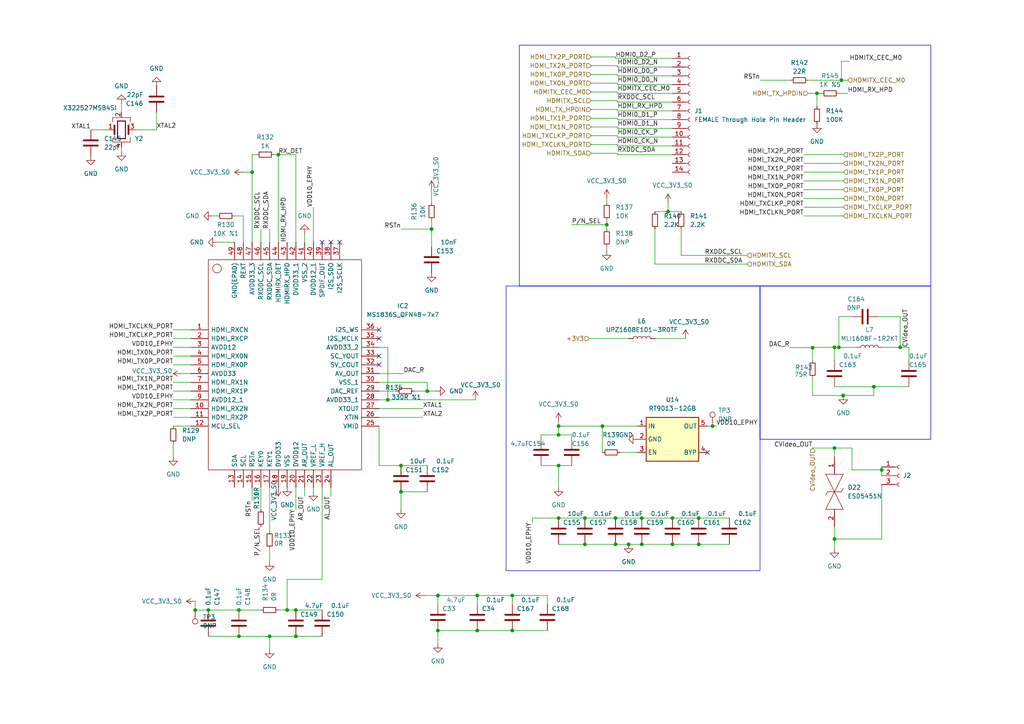
<source format=kicad_sch>
(kicad_sch (version 20230819) (generator eeschema)
  (paper "A4")
  (junction (at 253.4574 112.1637))
  (junction (at 127 172.72))
  (junction (at 80.7374 44.8537))
  (junction (at 116.2974 142.6437))
  (junction (at 202.6574 157.8837))
  (junction (at 169.6374 150.2637))
  (junction (at 175.9874 65.1737))
  (junction (at 244.0487 23.2637))
  (junction (at 123.9174 113.4337))
  (junction (at 73.1174 49.9337))
  (junction (at 206.6461 123.5937))
  (junction (at 261.0774 100.7337))
  (junction (at 195.0374 157.8837))
  (junction (at 148.59 172.72))
  (junction (at 235.6774 100.8488))
  (junction (at 186.1474 150.2637))
  (junction (at 125.1874 66.4437))
  (junction (at 178.5274 157.8837))
  (junction (at 202.6574 150.2637))
  (junction (at 138.43 172.72))
  (junction (at 148.59 182.88))
  (junction (at 60.4174 176.9337))
  (junction (at 138.43 182.88))
  (junction (at 178.5274 150.2637))
  (junction (at 242.0274 156.3403))
  (junction (at 255.7436 136.2937))
  (junction (at 186.1474 157.8837))
  (junction (at 83.2774 176.9337))
  (junction (at 127 182.88))
  (junction (at 162.0174 126.1337))
  (junction (at 85.8174 184.5537))
  (junction (at 169.6374 157.8837))
  (junction (at 69.3074 184.5537))
  (junction (at 162.0174 123.5937))
  (junction (at 244.5674 114.7037))
  (junction (at 242.0274 129.9437))
  (junction (at 243.2974 100.7337))
  (junction (at 78.1974 184.5537))
  (junction (at 112.4874 115.9737))
  (junction (at 236.9474 27.0737))
  (junction (at 162.0174 150.2637))
  (junction (at 56.6074 176.9337))
  (junction (at 242.0274 100.7337))
  (junction (at 193.7674 61.3637))
  (junction (at 162.0174 135.0237))
  (junction (at 174.7174 123.5937))
  (junction (at 85.8174 176.9337))
  (junction (at 116.2974 135.0237))
  (junction (at 69.3074 176.9337))
  (junction (at 182.3374 157.8837))
  (junction (at 195.0374 150.2637))
  (no_connect (at 109.9474 98.1937))
  (no_connect (at 98.5174 70.2537))
  (no_connect (at 205.1974 131.2137))
  (no_connect (at 109.9474 95.6537))
  (no_connect (at 109.9474 105.8137))
  (no_connect (at 109.9474 103.2737))
  (no_connect (at 95.9774 70.2537))
  (no_connect (at 93.4374 70.2537))
  (wire (pts (xy 169.6374 157.8837) (xy 178.5274 157.8837)))
  (wire (pts (xy 50.2574 118.5137) (xy 55.3374 118.5137)))
  (wire (pts (xy 195.0374 32.1537) (xy 179.07 32.1537)))
  (wire (pts (xy 138.43 182.88) (xy 127 182.88)))
  (wire (pts (xy 195.0374 29.6137) (xy 179.07 29.6137)))
  (wire (pts (xy 233.1374 57.5537) (xy 244.5674 57.5537)))
  (wire (pts (xy 148.59 172.72) (xy 138.43 172.72)))
  (wire (pts (xy 244.0487 23.2637) (xy 245.8374 23.2637)))
  (wire (pts (xy 169.6374 150.2637) (xy 178.5274 150.2637)))
  (wire (pts (xy 195.0374 42.3137) (xy 179.07 42.3137)))
  (wire (pts (xy 235.6774 114.7037) (xy 235.6774 109.6237)))
  (wire (pts (xy 122.6474 121.0537) (xy 109.9474 121.0537)))
  (wire (pts (xy 174.7174 123.5937) (xy 174.7174 131.2137)))
  (wire (pts (xy 158.75 175.26) (xy 158.75 172.72)))
  (wire (pts (xy 137.8874 115.9737) (xy 112.4874 115.9737)))
  (wire (pts (xy 61.6874 62.6337) (xy 62.9574 62.6337)))
  (wire (pts (xy 179.7974 131.2137) (xy 184.8774 131.2137)))
  (wire (pts (xy 175.9874 65.1737) (xy 175.9874 63.9037)))
  (wire (pts (xy 126.4574 113.4337) (xy 123.9174 113.4337)))
  (wire (pts (xy 120.1074 113.4337) (xy 123.9174 113.4337)))
  (wire (pts (xy 85.8174 176.9337) (xy 83.2774 176.9337)))
  (wire (pts (xy 156.9374 135.0237) (xy 162.0174 135.0237)))
  (wire (pts (xy 73.1174 44.8537) (xy 73.1174 49.9337)))
  (wire (pts (xy 39.045 37.6506) (xy 45.395 37.6506)))
  (wire (pts (xy 165.8274 65.1737) (xy 175.9874 65.1737)))
  (wire (pts (xy 179.07 21.9937) (xy 179.07 21.59)))
  (wire (pts (xy 75.6574 147.7237) (xy 75.6574 141.3737)))
  (wire (pts (xy 179.07 37.2337) (xy 179.07 36.83)))
  (wire (pts (xy 148.59 182.88) (xy 138.43 182.88)))
  (wire (pts (xy 263.6174 100.7337) (xy 263.6174 104.5437)))
  (wire (pts (xy 109.9474 100.7337) (xy 112.4874 100.7337)))
  (wire (pts (xy 60.4174 176.9337) (xy 56.6074 176.9337)))
  (wire (pts (xy 88.3574 67.7137) (xy 88.3574 70.2537)))
  (wire (pts (xy 235.6774 129.9437) (xy 242.0274 129.9437)))
  (wire (pts (xy 50.2574 113.4337) (xy 55.3374 113.4337)))
  (wire (pts (xy 235.6774 104.5437) (xy 235.6774 100.8488)))
  (wire (pts (xy 195.0374 19.4537) (xy 179.07 19.4537)))
  (wire (pts (xy 83.2774 176.9337) (xy 80.7374 176.9337)))
  (wire (pts (xy 255.7436 136.2937) (xy 255.7436 137.9873)))
  (wire (pts (xy 193.7674 61.3637) (xy 197.5774 61.3637)))
  (wire (pts (xy 243.2974 91.8437) (xy 243.2974 100.7337)))
  (wire (pts (xy 195.0374 24.5337) (xy 179.07 24.5337)))
  (wire (pts (xy 202.6574 150.2637) (xy 211.5474 150.2637)))
  (wire (pts (xy 116.2974 142.6437) (xy 123.9174 142.6437)))
  (wire (pts (xy 69.3074 184.5537) (xy 78.1974 184.5537)))
  (wire (pts (xy 69.3074 176.9337) (xy 60.4174 176.9337)))
  (wire (pts (xy 244.5674 114.7037) (xy 253.4574 114.7037)))
  (wire (pts (xy 116.2974 147.7237) (xy 116.2974 142.6437)))
  (wire (pts (xy 156.9374 126.1337) (xy 162.0174 126.1337)))
  (wire (pts (xy 112.4874 115.9737) (xy 109.9474 115.9737)))
  (wire (pts (xy 138.43 172.72) (xy 127 172.72)))
  (wire (pts (xy 50.2574 95.6537) (xy 55.3374 95.6537)))
  (wire (pts (xy 70.5774 62.6337) (xy 68.0374 62.6337)))
  (wire (pts (xy 233.1374 49.9337) (xy 244.5674 49.9337)))
  (wire (pts (xy 247.1074 136.2937) (xy 247.1074 129.9437)))
  (wire (pts (xy 162.0174 126.1337) (xy 165.8274 126.1337)))
  (wire (pts (xy 193.7674 58.8237) (xy 193.7674 61.3637)))
  (wire (pts (xy 138.43 175.26) (xy 138.43 172.72)))
  (wire (pts (xy 233.1374 62.6337) (xy 244.5674 62.6337)))
  (wire (pts (xy 246.38 17.78) (xy 244.0487 17.78)))
  (wire (pts (xy 171.45 21.59) (xy 179.07 21.59)))
  (wire (pts (xy 50.2574 123.5937) (xy 55.3374 123.5937)))
  (wire (pts (xy 179.07 19.4537) (xy 179.07 19.05)))
  (wire (pts (xy 50.2574 100.7337) (xy 55.3374 100.7337)))
  (wire (pts (xy 165.8274 126.1337) (xy 165.8274 127.4037)))
  (wire (pts (xy 50.2574 121.0537) (xy 55.3374 121.0537)))
  (wire (pts (xy 45.395 32.5706) (xy 45.395 37.6506)))
  (wire (pts (xy 255.7436 140.5273) (xy 255.7436 156.3403)))
  (wire (pts (xy 123.9174 110.8937) (xy 123.9174 113.4337)))
  (wire (pts (xy 125.1874 71.5237) (xy 125.1874 66.4437)))
  (wire (pts (xy 255.9974 100.7337) (xy 261.0774 100.7337)))
  (wire (pts (xy 186.1474 150.2637) (xy 195.0374 150.2637)))
  (wire (pts (xy 85.8174 184.5537) (xy 93.4374 184.5537)))
  (wire (pts (xy 50.2574 115.9737) (xy 55.3374 115.9737)))
  (wire (pts (xy 195.0374 39.7737) (xy 179.07 39.7737)))
  (wire (pts (xy 75.6574 66.4437) (xy 75.6574 70.2537)))
  (wire (pts (xy 174.7174 123.5937) (xy 184.8774 123.5937)))
  (wire (pts (xy 243.2974 100.7337) (xy 242.0274 100.7337)))
  (wire (pts (xy 195.0374 21.9937) (xy 179.07 21.9937)))
  (wire (pts (xy 179.07 27.0737) (xy 179.07 26.67)))
  (wire (pts (xy 78.1974 66.4437) (xy 78.1974 70.2537)))
  (wire (pts (xy 112.4874 100.7337) (xy 112.4874 115.9737)))
  (wire (pts (xy 162.0174 157.8837) (xy 169.6374 157.8837)))
  (wire (pts (xy 261.0774 91.8437) (xy 254.7274 91.8437)))
  (wire (pts (xy 242.0274 152.8037) (xy 242.0274 156.3403)))
  (wire (pts (xy 35.235 30.0306) (xy 35.235 32.5706)))
  (wire (pts (xy 78.1974 159.1537) (xy 78.1974 162.9637)))
  (wire (pts (xy 171.45 19.05) (xy 179.07 19.05)))
  (wire (pts (xy 80.7374 44.8537) (xy 80.7374 70.2537)))
  (wire (pts (xy 178.5274 157.8837) (xy 182.3374 157.8837)))
  (wire (pts (xy 122.6474 118.5137) (xy 109.9474 118.5137)))
  (wire (pts (xy 90.8974 60.0937) (xy 90.8974 70.2537)))
  (wire (pts (xy 255.7436 135.4473) (xy 255.7436 136.2937)))
  (wire (pts (xy 73.1174 44.8537) (xy 74.3874 44.8537)))
  (wire (pts (xy 195.0374 150.2637) (xy 202.6574 150.2637)))
  (wire (pts (xy 236.9474 27.0737) (xy 238.2174 27.0737)))
  (wire (pts (xy 154.3974 151.5337) (xy 154.3974 150.2637)))
  (wire (pts (xy 162.0174 122.3237) (xy 162.0174 123.5937)))
  (wire (pts (xy 253.4574 112.1637) (xy 253.4574 114.7037)))
  (wire (pts (xy 156.9374 127.4037) (xy 156.9374 126.1337)))
  (wire (pts (xy 78.1974 154.0737) (xy 78.1974 141.3737)))
  (wire (pts (xy 78.1974 184.5537) (xy 85.8174 184.5537)))
  (wire (pts (xy 115.0274 113.4337) (xy 109.9474 113.4337)))
  (wire (pts (xy 88.3574 143.9137) (xy 88.3574 141.3737)))
  (wire (pts (xy 171.45 16.51) (xy 178.5274 16.51)))
  (wire (pts (xy 162.0174 123.5937) (xy 174.7174 123.5937)))
  (wire (pts (xy 123.19 172.72) (xy 127 172.72)))
  (wire (pts (xy 233.1374 52.4737) (xy 244.5674 52.4737)))
  (wire (pts (xy 247.1074 136.2937) (xy 255.7436 136.2937)))
  (wire (pts (xy 261.0774 100.7337) (xy 263.6174 100.7337)))
  (wire (pts (xy 50.2574 98.1937) (xy 55.3374 98.1937)))
  (wire (pts (xy 234.4074 27.0737) (xy 236.9474 27.0737)))
  (wire (pts (xy 171.45 26.67) (xy 179.07 26.67)))
  (wire (pts (xy 93.4374 141.3737) (xy 93.4374 168.0437)))
  (wire (pts (xy 202.6574 157.8837) (xy 211.5474 157.8837)))
  (wire (pts (xy 242.0274 156.3403) (xy 242.0274 159.1537)))
  (wire (pts (xy 189.9574 61.3637) (xy 193.7674 61.3637)))
  (wire (pts (xy 93.4374 168.0437) (xy 83.2774 168.0437)))
  (wire (pts (xy 117.0066 108.3625) (xy 115.824 108.3625)))
  (wire (pts (xy 127 172.72) (xy 127 175.26)))
  (wire (pts (xy 242.0274 112.1637) (xy 253.4574 112.1637)))
  (wire (pts (xy 179.07 44.8537) (xy 179.07 44.45)))
  (wire (pts (xy 123.9174 135.0237) (xy 116.2974 135.0237)))
  (wire (pts (xy 248.3774 100.7337) (xy 243.2974 100.7337)))
  (wire (pts (xy 70.5774 62.6337) (xy 70.5774 70.2537)))
  (wire (pts (xy 242.0274 129.9437) (xy 242.0274 132.4837)))
  (wire (pts (xy 171.45 36.83) (xy 179.07 36.83)))
  (wire (pts (xy 178.5274 150.2637) (xy 186.1474 150.2637)))
  (wire (pts (xy 50.2574 103.2737) (xy 55.3374 103.2737)))
  (wire (pts (xy 83.2774 168.0437) (xy 83.2774 176.9337)))
  (wire (pts (xy 179.07 34.6937) (xy 179.07 34.29)))
  (wire (pts (xy 85.8174 70.2537) (xy 85.8174 44.8537)))
  (wire (pts (xy 50.2574 132.4837) (xy 50.2574 128.6737)))
  (wire (pts (xy 171.45 31.75) (xy 179.07 31.75)))
  (wire (pts (xy 79.4674 44.8537) (xy 80.7374 44.8537)))
  (wire (pts (xy 189.9574 76.6037) (xy 216.6274 76.6037)))
  (wire (pts (xy 170.9074 98.1937) (xy 182.3374 98.1937)))
  (wire (pts (xy 171.45 44.45) (xy 179.07 44.45)))
  (wire (pts (xy 195.0374 157.8837) (xy 202.6574 157.8837)))
  (wire (pts (xy 247.1074 129.9437) (xy 242.0274 129.9437)))
  (wire (pts (xy 236.9474 30.8837) (xy 236.9474 27.0737)))
  (wire (pts (xy 95.9774 143.9137) (xy 95.9774 141.3737)))
  (wire (pts (xy 175.9874 72.7937) (xy 175.9874 71.5237)))
  (wire (pts (xy 62.9574 70.2537) (xy 68.0374 70.2537)))
  (wire (pts (xy 179.07 42.3137) (xy 179.07 41.91)))
  (wire (pts (xy 195.0374 34.6937) (xy 179.07 34.6937)))
  (wire (pts (xy 234.4074 23.2637) (xy 244.0487 23.2637)))
  (wire (pts (xy 73.1174 70.2537) (xy 73.1174 49.9337)))
  (wire (pts (xy 148.59 175.26) (xy 148.59 172.72)))
  (wire (pts (xy 171.45 34.29) (xy 179.07 34.29)))
  (wire (pts (xy 26.345 37.6506) (xy 31.425 37.6506)))
  (wire (pts (xy 115.824 108.3625) (xy 115.824 108.3537)))
  (wire (pts (xy 115.824 108.3537) (xy 109.9474 108.3537)))
  (wire (pts (xy 197.5774 74.0637) (xy 216.6274 74.0637)))
  (wire (pts (xy 189.9574 66.4437) (xy 189.9574 76.6037)))
  (wire (pts (xy 235.6774 100.7337) (xy 242.0274 100.7337)))
  (wire (pts (xy 35.235 44.0006) (xy 35.235 42.7306)))
  (wire (pts (xy 261.0774 91.8437) (xy 261.0774 100.7337)))
  (wire (pts (xy 158.75 172.72) (xy 148.59 172.72)))
  (wire (pts (xy 75.6574 176.9337) (xy 69.3074 176.9337)))
  (wire (pts (xy 233.1374 47.3937) (xy 244.5674 47.3937)))
  (wire (pts (xy 56.6074 176.9337) (xy 56.6074 174.3937)))
  (wire (pts (xy 243.2974 91.8437) (xy 247.1074 91.8437)))
  (wire (pts (xy 233.1374 55.0137) (xy 244.5674 55.0137)))
  (wire (pts (xy 233.1374 60.0937) (xy 244.5674 60.0937)))
  (wire (pts (xy 125.1874 66.4437) (xy 125.1874 63.9037)))
  (wire (pts (xy 206.6461 123.5937) (xy 205.1974 123.5937)))
  (wire (pts (xy 195.0374 37.2337) (xy 179.07 37.2337)))
  (wire (pts (xy 171.45 29.21) (xy 179.07 29.21)))
  (wire (pts (xy 109.9474 110.8937) (xy 123.9174 110.8937)))
  (wire (pts (xy 242.0274 156.3403) (xy 255.7436 156.3403)))
  (wire (pts (xy 197.5774 66.4437) (xy 197.5774 74.0637)))
  (wire (pts (xy 235.6774 100.8488) (xy 235.6774 100.7337)))
  (wire (pts (xy 175.9874 58.8237) (xy 175.9874 57.5537)))
  (wire (pts (xy 195.0374 27.0737) (xy 179.07 27.0737)))
  (wire (pts (xy 90.8974 142.6437) (xy 90.8974 141.3737)))
  (wire (pts (xy 179.07 29.6137) (xy 179.07 29.21)))
  (wire (pts (xy 178.5274 16.9137) (xy 195.0374 16.9137)))
  (wire (pts (xy 116.2974 66.4437) (xy 125.1874 66.4437)))
  (wire (pts (xy 60.4174 184.5537) (xy 69.3074 184.5537)))
  (wire (pts (xy 179.07 39.7737) (xy 179.07 39.37)))
  (wire (pts (xy 78.1974 188.3637) (xy 78.1974 184.5537)))
  (wire (pts (xy 162.0174 135.0237) (xy 165.8274 135.0237)))
  (wire (pts (xy 171.45 39.37) (xy 179.07 39.37)))
  (wire (pts (xy 85.8174 44.8537) (xy 80.7374 44.8537)))
  (wire (pts (xy 73.1174 49.9337) (xy 70.5774 49.9337)))
  (wire (pts (xy 116.2974 135.0237) (xy 109.9474 135.0237)))
  (wire (pts (xy 109.9474 135.0237) (xy 109.9474 123.5937)))
  (wire (pts (xy 195.0374 44.8537) (xy 179.07 44.8537)))
  (wire (pts (xy 182.3374 157.8837) (xy 186.1474 157.8837)))
  (wire (pts (xy 93.4374 176.9337) (xy 85.8174 176.9337)))
  (wire (pts (xy 189.9574 98.1937) (xy 198.8474 98.1937)))
  (wire (pts (xy 242.0274 100.7337) (xy 242.0274 104.5437)))
  (wire (pts (xy 50.2574 105.8137) (xy 55.3374 105.8137)))
  (wire (pts (xy 158.75 182.88) (xy 148.59 182.88)))
  (wire (pts (xy 162.0174 123.5937) (xy 162.0174 126.1337)))
  (wire (pts (xy 178.5274 16.51) (xy 178.5274 16.9137)))
  (wire (pts (xy 243.2974 27.0737) (xy 245.8374 27.0737)))
  (wire (pts (xy 73.1174 145.1837) (xy 73.1174 141.3737)))
  (wire (pts (xy 186.1474 157.8837) (xy 195.0374 157.8837)))
  (wire (pts (xy 233.1374 44.8537) (xy 244.5674 44.8537)))
  (wire (pts (xy 50.2574 110.8937) (xy 55.3374 110.8937)))
  (wire (pts (xy 175.9874 66.4437) (xy 175.9874 65.1737)))
  (wire (pts (xy 125.1874 58.8237) (xy 125.1874 55.0137)))
  (wire (pts (xy 52.7974 108.3537) (xy 55.3374 108.3537)))
  (wire (pts (xy 162.0174 135.0237) (xy 162.0174 141.3737)))
  (wire (pts (xy 171.45 41.91) (xy 179.07 41.91)))
  (wire (pts (xy 179.07 32.1537) (xy 179.07 31.75)))
  (wire (pts (xy 85.8174 147.7237) (xy 85.8174 141.3737)))
  (wire (pts (xy 253.4574 112.1637) (xy 263.6174 112.1637)))
  (wire (pts (xy 244.0487 17.78) (xy 244.0487 23.2637)))
  (wire (pts (xy 235.6774 114.7037) (xy 244.5674 114.7037)))
  (wire (pts (xy 220.4374 23.2637) (xy 229.3274 23.2637)))
  (wire (pts (xy 127 182.88) (xy 127 186.69)))
  (wire (pts (xy 171.45 24.13) (xy 179.07 24.13)))
  (wire (pts (xy 179.07 24.5337) (xy 179.07 24.13)))
  (wire (pts (xy 235.6774 100.8488) (xy 229.0122 100.8488)))
  (wire (pts (xy 207.7374 123.5937) (xy 206.6461 123.5937)))
  (wire (pts (xy 162.0174 150.2637) (xy 169.6374 150.2637)))
  (wire (pts (xy 154.3974 150.2637) (xy 162.0174 150.2637)))
  (rectangle (start 146.7774 82.9537) (end 220.4374 165.5037))
  (rectangle (start 220.4374 82.9537) (end 269.9674 127.4037))
  (rectangle (start 150.622 13.1037) (end 269.9674 82.9537))
  (label "CVideo_OUT" (at 263.6174 100.7337 90))
  (label "HDMI0_CK_N" (at 179.07 41.91 0))
  (label "P{slash}N_SEL" (at 75.6574 152.8037 270))
  (label "XTAL1" (at 26.345 37.6506 180))
  (label "HDMI_TXCLKP_PORT" (at 233.1374 60.0937 180))
  (label "HDMI0_D1_P" (at 179.07 34.29 0))
  (label "HDMI_TXCLKP_PORT" (at 50.2574 98.1937 180))
  (label "HDMITX_CEC_M0" (at 179.07 26.67 0))
  (label "HDMI_TX1P_PORT" (at 50.2574 113.4337 180))
  (label "RSTn" (at 73.1174 145.1837 270))
  (label "HDMI_RX_HPD" (at 179.07 31.75 0))
  (label "HDMI0_D1_N" (at 179.07 36.83 0))
  (label "DAC_R" (at 117.0066 108.3625 0))
  (label "P{slash}N_SEL" (at 165.8274 65.1737 0))
  (label "RXDDC_SDA" (at 179.07 44.45 0))
  (label "RXDDC_SCL" (at 215.3574 74.0637 180))
  (label "HDMI_TX1P_PORT" (at 233.1374 49.9337 180))
  (label "HDMI0_D2_P" (at 178.5274 16.9137 0))
  (label "VDD10_EPHY" (at 85.8174 147.7237 270))
  (label "AL_OUT" (at 95.9774 143.9137 270))
  (label "RSTn" (at 220.4374 23.2637 180))
  (label "HDMI_TX0P_PORT" (at 50.2574 105.8137 180))
  (label "HDMITX_CEC_M0" (at 246.38 17.78 0))
  (label "HDMI0_D2_N" (at 179.07 19.05 0))
  (label "VDD10_EPHY" (at 50.2574 115.9737 180))
  (label "HDMI_TX2N_PORT" (at 233.1374 47.3937 180))
  (label "HDMI0_D0_N" (at 179.07 24.13 0))
  (label "VDD10_EPHY" (at 207.7374 123.5937 0))
  (label "CVideo_OUT" (at 235.6774 129.9437 180))
  (label "HDMI_TX1N_PORT" (at 50.2574 110.8937 180))
  (label "HDMI_TX1N_PORT" (at 233.1374 52.4737 180))
  (label "HDMI_TX0N_PORT" (at 50.2574 103.2737 180))
  (label "HDMI_TX0N_PORT" (at 233.1374 57.5537 180))
  (label "VDD10_EPHY" (at 154.3974 151.5337 270))
  (label "HDMI0_CK_P" (at 179.07 39.37 0))
  (label "HDMI_TX2N_PORT" (at 50.2574 118.5137 180))
  (label "RXDDC_SDA" (at 215.3574 76.6037 180))
  (label "HDMI_TXCLKN_PORT" (at 50.2574 95.6537 180))
  (label "RSTn" (at 116.2974 66.4437 180))
  (label "RXDDC_SDA" (at 78.1974 66.4437 90))
  (label "VDD10_EPHY" (at 90.8974 60.0937 90))
  (label "XTAL2" (at 122.6474 121.0537 0))
  (label "XTAL1" (at 122.6474 118.5137 0))
  (label "HDMI0_D0_P" (at 179.07 21.59 0))
  (label "XTAL2" (at 45.395 37.4969 0))
  (label "HDMI_RX_HPD" (at 245.8374 27.0737 0))
  (label "DAC_R" (at 229.0122 100.8488 180))
  (label "RX_DET" (at 80.7374 44.8537 0))
  (label "HDMI_RX_HPD" (at 83.2774 70.2537 90))
  (label "HDMI_TX2P_PORT" (at 50.2574 121.0537 180))
  (label "AR_OUT" (at 88.3574 143.9137 270))
  (label "HDMI_TX2P_PORT" (at 233.1374 44.8537 180))
  (label "HDMI_TXCLKN_PORT" (at 233.1374 62.6337 180))
  (label "RXDDC_SCL" (at 179.07 29.21 0))
  (label "VDD10_EPHY" (at 50.2574 100.7337 180))
  (label "HDMI_TX0P_PORT" (at 233.1374 55.0137 180))
  (label "RXDDC_SCL" (at 75.6574 66.4437 90))
  (hierarchical_label "HDMI_TX2N_PORT" (shape input) (at 171.45 19.05 180))
  (hierarchical_label "HDMI_TX1N_PORT" (shape input) (at 171.45 36.83 180))
  (hierarchical_label "HDMI_TX0P_PORT" (shape input) (at 244.5674 55.0137 0))
  (hierarchical_label "HDMITX_CEC_M0" (shape input) (at 245.8374 23.2637 0))
  (hierarchical_label "HDMI_TX1P_PORT" (shape input) (at 244.5674 49.9337 0))
  (hierarchical_label "HDMI_TX1P_PORT" (shape input) (at 171.45 34.29 180))
  (hierarchical_label "+3V3" (shape input) (at 170.9074 98.1937 180))
  (hierarchical_label "HDMITX_CEC_M0" (shape input) (at 171.45 26.67 180))
  (hierarchical_label "HDMI_TX0P_PORT" (shape input) (at 171.45 21.59 180))
  (hierarchical_label "HDMITX_SCL" (shape input) (at 171.45 29.21 180))
  (hierarchical_label "HDMI_TXCLKN_PORT" (shape input) (at 171.45 41.91 180))
  (hierarchical_label "HDMITX_SDA" (shape input) (at 171.45 44.45 180))
  (hierarchical_label "HDMI_TXCLKN_PORT" (shape input) (at 244.5674 62.6337 0))
  (hierarchical_label "HDMITX_SDA" (shape input) (at 216.6274 76.6037 0))
  (hierarchical_label "HDMI_TX2P_PORT" (shape input) (at 244.5674 44.8537 0))
  (hierarchical_label "HDMI_TXCLKP_PORT" (shape input) (at 171.45 39.37 180))
  (hierarchical_label "HDMI_TX0N_PORT" (shape input) (at 171.45 24.13 180))
  (hierarchical_label "HDMI_TX_HPDIN" (shape input) (at 234.4074 27.0737 180))
  (hierarchical_label "HDMI_TX1N_PORT" (shape input) (at 244.5674 52.4737 0))
  (hierarchical_label "HDMI_TX0N_PORT" (shape input) (at 244.5674 57.5537 0))
  (hierarchical_label "HDMITX_SCL" (shape input) (at 216.6274 74.0637 0))
  (hierarchical_label "HDMI_TX_HPDIN" (shape input) (at 171.45 31.75 180))
  (hierarchical_label "HDMI_TXCLKP_PORT" (shape input) (at 244.5674 60.0937 0))
  (hierarchical_label "HDMI_TX2P_PORT" (shape input) (at 171.45 16.51 180))
  (hierarchical_label "HDMI_TX2N_PORT" (shape input) (at 244.5674 47.3937 0))
  (hierarchical_label "CVideo_OUT" (shape input) (at 235.6774 129.9437 270))
  (symbol (lib_id "power:GND") (at 236.9474 35.9637 0) (unit 1)
    (property "Reference" "#PWR0188" (effects hide))
    (property "Value" "GND" (at 236.9474 41.0437 0))
    (property "Description" "Power symbol creates a global label with name \"GND\" , ground" (effects hide))
    (instances (project "RP2040_minimal" (path "" (reference "#PWR0188") (unit 1))) (project "HDMI_CVBS" (path "" (reference "#PWR087") (unit 1))) (project "HDMI_CVBS" (path "" (reference "#PWR08") (unit 1))))
  )
  (symbol (lib_id "Device:R_Small") (at 236.9474 33.4237 0) (unit 1)
    (property "Reference" "R144" (at 239.4874 32.1537 0) (effects (justify left)))
    (property "Value" "100K" (at 239.4874 34.6937 0) (effects (justify left)))
    (property "Footprint" "Resistor_SMD:R_0603_1608Metric" (effects hide))
    (property "Description" "Resistor, small symbol" (effects hide))
    (instances (project "RP2040_minimal" (path "" (reference "R144") (unit 1))) (project "HDMI_CVBS" (path "" (reference "R50") (unit 1))) (project "HDMI_CVBS" (path "" (reference "R7") (unit 1))))
  )
  (symbol (lib_id "Device:R_Small") (at 240.7574 27.0737 270) (unit 1)
    (property "Reference" "R145" (at 240.7574 21.9937 90))
    (property "Value" "1K %5" (at 240.7574 24.5337 90))
    (property "Footprint" "Resistor_SMD:R_0603_1608Metric" (effects hide))
    (property "Description" "Resistor, small symbol" (effects hide))
    (instances (project "RP2040_minimal" (path "" (reference "R145") (unit 1))) (project "HDMI_CVBS" (path "" (reference "R51") (unit 1))) (project "HDMI_CVBS" (path "" (reference "R6") (unit 1))))
  )
  (symbol (lib_id "Device:C") (at 165.8274 131.2137 0) (unit 1)
    (property "Reference" "C156" (at 165.8274 128.6737 0) (effects (justify left)))
    (property "Value" "0.1uF" (at 165.8274 126.1337 0) (effects (justify left)))
    (property "Footprint" "Capacitor_SMD:C_0603_1608Metric" (effects hide))
    (property "Description" "Unpolarized capacitor" (effects hide))
    (instances (project "RP2040_minimal" (path "" (reference "C156") (unit 1))) (project "HDMI_CVBS" (path "" (reference "C73") (unit 1))) (project "HDMI_CVBS" (path "" (reference "C4") (unit 1))))
  )
  (symbol (lib_id "power:GND") (at 244.5674 114.7037 0) (unit 1)
    (property "Reference" "#PWR0190" (effects hide))
    (property "Value" "GND" (at 244.5674 119.7837 0))
    (property "Description" "Power symbol creates a global label with name \"GND\" , ground" (effects hide))
    (instances (project "RP2040_minimal" (path "" (reference "#PWR0190") (unit 1))) (project "HDMI_CVBS" (path "" (reference "#PWR089") (unit 1))) (project "HDMI_CVBS" (path "" (reference "#PWR015") (unit 1))))
  )
  (symbol (lib_id "Device:C") (at 156.9374 131.2137 0) (unit 1)
    (property "Reference" "C154" (at 153.1274 128.6737 0) (effects (justify left)))
    (property "Value" "4.7uF" (at 148.0474 128.6737 0) (effects (justify left)))
    (property "Footprint" "Capacitor_SMD:C_0603_1608Metric" (effects hide))
    (property "Description" "Unpolarized capacitor" (effects hide))
    (instances (project "RP2040_minimal" (path "" (reference "C154") (unit 1))) (project "HDMI_CVBS" (path "" (reference "C71") (unit 1))) (project "HDMI_CVBS" (path "" (reference "C3") (unit 1))))
  )
  (symbol (lib_id "power:GND") (at 126.4574 113.4337 90) (unit 1)
    (property "Reference" "#PWR0166" (effects hide))
    (property "Value" "GND" (at 130.2674 113.4337 90) (effects (justify right)))
    (property "Description" "Power symbol creates a global label with name \"GND\" , ground" (effects hide))
    (instances (project "RP2040_minimal" (path "" (reference "#PWR0166") (unit 1))) (project "HDMI_CVBS" (path "" (reference "#PWR075") (unit 1))) (project "HDMI_CVBS" (path "" (reference "#PWR027") (unit 1))))
  )
  (symbol (lib_id "power:GND") (at 61.6874 62.6337 270) (unit 1)
    (property "Reference" "#PWR0150" (effects hide))
    (property "Value" "GND" (at 57.8774 62.6337 90) (effects (justify right)))
    (property "Description" "Power symbol creates a global label with name \"GND\" , ground" (effects hide))
    (instances (project "RP2040_minimal" (path "" (reference "#PWR0150") (unit 1))) (project "HDMI_CVBS" (path "" (reference "#PWR064") (unit 1))) (project "HDMI_CVBS" (path "" (reference "#PWR032") (unit 1))))
  )
  (symbol (lib_id "Connector:Conn_01x03_Socket") (at 260.8236 137.9873 0) (unit 1)
    (property "Reference" "J2" (at 261.874 137.922 0) (effects (justify left)))
    (property "Value" "Phono RCA Jack Mono Connector Solder (Boktech advise)" (effects hide))
    (property "Footprint" "AV_CONNECTOR:AV_CON" (effects hide))
    (property "Description" "Generic connector, single row, 01x03, script generated" (effects hide))
  )
  (symbol (lib_id "power:GND") (at 35.235 30.0306 180) (unit 1)
    (property "Reference" "#PWR07" (effects hide))
    (property "Value" "GND" (at 35.235 24.9506 0))
    (property "Description" "Power symbol creates a global label with name \"GND\" , ground" (effects hide))
    (instances (project "RP2040_minimal" (path "" (reference "#PWR07") (unit 1))) (project "HDMI_CVBS" (path "" (reference "#PWR058") (unit 1))) (project "HDMI_CVBS" (path "" (reference "#PWR02") (unit 1))))
  )
  (symbol (lib_id "Device:R_Small") (at 76.9274 44.8537 90) (unit 1)
    (property "Reference" "R132" (at 76.9274 39.7737 90))
    (property "Value" "1K" (at 76.9274 42.3137 90))
    (property "Footprint" "Resistor_SMD:R_0603_1608Metric" (effects hide))
    (property "Description" "Resistor, small symbol" (effects hide))
    (instances (project "RP2040_minimal" (path "" (reference "R132") (unit 1))) (project "HDMI_CVBS" (path "" (reference "R38") (unit 1))) (project "HDMI_CVBS" (path "" (reference "R17") (unit 1))))
  )
  (symbol (lib_id "power:GND") (at 125.1874 79.1437 0) (unit 1)
    (property "Reference" "#PWR0165" (effects hide))
    (property "Value" "GND" (at 125.1874 84.2237 0))
    (property "Description" "Power symbol creates a global label with name \"GND\" , ground" (effects hide))
    (instances (project "RP2040_minimal" (path "" (reference "#PWR0165") (unit 1))) (project "HDMI_CVBS" (path "" (reference "#PWR077") (unit 1))) (project "HDMI_CVBS" (path "" (reference "#PWR029") (unit 1))))
  )
  (symbol (lib_id "Device:R_Small") (at 197.5774 63.9037 180) (unit 1)
    (property "Reference" "R141" (at 200.1174 62.6337 0) (effects (justify right)))
    (property "Value" "2.2K" (at 200.1174 65.1737 0) (effects (justify right)))
    (property "Footprint" "Resistor_SMD:R_0603_1608Metric" (effects hide))
    (property "Description" "Resistor, small symbol" (effects hide))
    (instances (project "RP2040_minimal" (path "" (reference "R141") (unit 1))) (project "HDMI_CVBS" (path "" (reference "R47") (unit 1))) (project "HDMI_CVBS" (path "" (reference "R1") (unit 1))))
  )
  (symbol (lib_id "Device:R_Small") (at 50.2574 126.1337 180) (unit 1)
    (property "Reference" "R129" (at 52.7974 124.8637 0) (effects (justify right)))
    (property "Value" "DNP" (at 52.7974 127.4037 0) (effects (justify right)))
    (property "Footprint" "Resistor_SMD:R_0402_1005Metric" (effects hide))
    (property "Description" "Resistor, small symbol" (effects hide))
    (instances (project "RP2040_minimal" (path "" (reference "R129") (unit 1))) (project "HDMI_CVBS" (path "" (reference "R35") (unit 1))) (project "HDMI_CVBS" (path "" (reference "R10") (unit 1))))
  )
  (symbol (lib_id "power:VCC") (at 70.5774 49.9337 90) (unit 1)
    (property "Reference" "#PWR0154" (effects hide))
    (property "Value" "VCC_3V3_S0" (at 66.7674 49.9337 90) (effects (justify left)))
    (property "Description" "Power symbol creates a global label with name \"VCC\"" (effects hide))
    (instances (project "RP2040_minimal" (path "" (reference "#PWR0154") (unit 1))) (project "HDMI_CVBS" (path "" (reference "#PWR066") (unit 1))) (project "HDMI_CVBS" (path "" (reference "#PWR031") (unit 1))))
  )
  (symbol (lib_id "power:VCC") (at 162.0174 122.3237 0) (unit 1)
    (property "Reference" "#PWR0170" (effects hide))
    (property "Value" "VCC_3V3_S0" (at 162.0174 117.2437 0))
    (property "Description" "Power symbol creates a global label with name \"VCC\"" (effects hide))
    (instances (project "RP2040_minimal" (path "" (reference "#PWR0170") (unit 1))) (project "HDMI_CVBS" (path "" (reference "#PWR078") (unit 1))) (project "HDMI_CVBS" (path "" (reference "#PWR011") (unit 1))))
  )
  (symbol (lib_id "power:VCC") (at 80.7374 141.3737 180) (unit 1)
    (property "Reference" "#PWR0157" (effects hide))
    (property "Value" "VCC_3V3_S0" (at 79.4674 145.1837 90))
    (property "Description" "Power symbol creates a global label with name \"VCC\"" (effects hide))
    (instances (project "RP2040_minimal" (path "" (reference "#PWR0157") (unit 1))) (project "HDMI_CVBS" (path "" (reference "#PWR069") (unit 1))) (project "HDMI_CVBS" (path "" (reference "#PWR020") (unit 1))))
  )
  (symbol (lib_id "power:VCC") (at 198.8474 98.1937 0) (unit 1)
    (property "Reference" "#PWR0187" (effects hide))
    (property "Value" "VCC_3V3_S0" (at 194.0214 93.3677 0) (effects (justify left)))
    (property "Description" "Power symbol creates a global label with name \"VCC\"" (effects hide))
    (instances (project "RP2040_minimal" (path "" (reference "#PWR0187") (unit 1))) (project "HDMI_CVBS" (path "" (reference "#PWR085") (unit 1))) (project "HDMI_CVBS" (path "" (reference "#PWR09") (unit 1))))
  )
  (symbol (lib_id "Device:C") (at 26.345 41.4606 0) (unit 1)
    (property "Reference" "C145" (at 30.155 40.1906 0) (effects (justify left)))
    (property "Value" "22pF" (at 30.155 42.7306 0) (effects (justify left)))
    (property "Footprint" "Capacitor_SMD:C_0603_1608Metric" (effects hide))
    (property "Description" "Unpolarized capacitor" (effects hide))
    (instances (project "RP2040_minimal" (path "" (reference "C145") (unit 1))) (project "HDMI_CVBS" (path "" (reference "C62") (unit 1))) (project "HDMI_CVBS" (path "" (reference "C1") (unit 1))))
  )
  (symbol (lib_id "Device:C") (at 178.5274 154.0737 0) (unit 1)
    (property "Reference" "C158" (at 179.7974 151.5337 0) (effects (justify left)))
    (property "Value" "0.1uF" (at 181.0674 148.9937 0) (effects (justify left)))
    (property "Footprint" "Capacitor_SMD:C_0603_1608Metric" (effects hide))
    (property "Description" "Unpolarized capacitor" (effects hide))
    (instances (project "RP2040_minimal" (path "" (reference "C158") (unit 1))) (project "HDMI_CVBS" (path "" (reference "C75") (unit 1))) (project "HDMI_CVBS" (path "" (reference "C7") (unit 1))))
  )
  (symbol (lib_id "Device:C") (at 127 179.07 0) (unit 1)
    (property "Reference" "C33" (at 128.27 176.53 0) (effects (justify left)))
    (property "Value" "4.7uF" (at 129.54 173.99 0) (effects (justify left)))
    (property "Footprint" "Capacitor_SMD:C_0603_1608Metric" (effects hide))
    (property "Description" "Unpolarized capacitor" (effects hide))
    (instances (project "RP2040_minimal" (path "" (reference "C33") (unit 1))) (project "HDMI_CVBS" (path "" (reference "C66") (unit 1))) (project "HDMI_CVBS" (path "" (reference "C18") (unit 1))))
  )
  (symbol (lib_id "power:GND") (at 90.8974 142.6437 0) (unit 1)
    (property "Reference" "#PWR0160" (effects hide))
    (property "Value" "GND" (at 90.8974 147.7237 0))
    (property "Description" "Power symbol creates a global label with name \"GND\" , ground" (effects hide))
    (instances (project "RP2040_minimal" (path "" (reference "#PWR0160") (unit 1))) (project "HDMI_CVBS" (path "" (reference "#PWR072") (unit 1))) (project "HDMI_CVBS" (path "" (reference "#PWR022") (unit 1))))
  )
  (symbol (lib_id "power:VCC") (at 52.7974 108.3537 90) (unit 1)
    (property "Reference" "#PWR0140" (effects hide))
    (property "Value" "VCC_3V3_S0" (at 50.0034 107.5917 90) (effects (justify left)))
    (property "Description" "Power symbol creates a global label with name \"VCC\"" (effects hide))
    (instances (project "RP2040_minimal" (path "" (reference "#PWR0140") (unit 1))) (project "HDMI_CVBS" (path "" (reference "#PWR062") (unit 1))) (project "HDMI_CVBS" (path "" (reference "#PWR017") (unit 1))))
  )
  (symbol (lib_id "power:GND") (at 62.9574 70.2537 270) (unit 1)
    (property "Reference" "#PWR0153" (effects hide))
    (property "Value" "GND" (at 59.1474 70.2537 90) (effects (justify right)))
    (property "Description" "Power symbol creates a global label with name \"GND\" , ground" (effects hide))
    (instances (project "RP2040_minimal" (path "" (reference "#PWR0153") (unit 1))) (project "HDMI_CVBS" (path "" (reference "#PWR065") (unit 1))) (project "HDMI_CVBS" (path "" (reference "#PWR030") (unit 1))))
  )
  (symbol (lib_id "Device:R_Small") (at 231.8674 23.2637 270) (unit 1)
    (property "Reference" "R142" (at 231.8674 18.1837 90))
    (property "Value" "22R" (at 231.8674 20.7237 90))
    (property "Footprint" "Resistor_SMD:R_0603_1608Metric" (effects hide))
    (property "Description" "Resistor, small symbol" (effects hide))
    (instances (project "RP2040_minimal" (path "" (reference "R142") (unit 1))) (project "HDMI_CVBS" (path "" (reference "R48") (unit 1))) (project "HDMI_CVBS" (path "" (reference "R5") (unit 1))))
  )
  (symbol (lib_id "QFN481:MS1836S_QFN48-7x7") (at 60.4174 95.6537 0) (unit 1)
    (property "Reference" "IC2" (at 116.84 88.7255 0))
    (property "Value" "MS1836S_QFN48-7x7" (at 116.84 91.2655 0))
    (property "Footprint" "Package_DFN_QFN:QFN-48-1EP_7x7mm_P0.5mm_EP5.6x5.6mm" (effects hide))
    (instances (project "RP2040_minimal" (path "" (reference "IC2") (unit 1))) (project "HDMI_CVBS" (path "" (reference "IC2") (unit 1))) (project "HDMI_CVBS" (path "" (reference "IC1") (unit 1))))
  )
  (symbol (lib_id "Device:C") (at 202.6574 154.0737 0) (unit 1)
    (property "Reference" "C161" (at 203.9274 151.5337 0) (effects (justify left)))
    (property "Value" "0.1uF" (at 205.1974 148.9937 0) (effects (justify left)))
    (property "Footprint" "Capacitor_SMD:C_0603_1608Metric" (effects hide))
    (property "Description" "Unpolarized capacitor" (effects hide))
    (instances (project "RP2040_minimal" (path "" (reference "C161") (unit 1))) (project "HDMI_CVBS" (path "" (reference "C78") (unit 1))) (project "HDMI_CVBS" (path "" (reference "C10") (unit 1))))
  )
  (symbol (lib_id "power:VCC") (at 193.7674 58.8237 0) (unit 1)
    (property "Reference" "#PWR0186" (effects hide))
    (property "Value" "VCC_3V3_S0" (at 195.0374 53.7437 0))
    (property "Description" "Power symbol creates a global label with name \"VCC\"" (effects hide))
    (instances (project "RP2040_minimal" (path "" (reference "#PWR0186") (unit 1))) (project "HDMI_CVBS" (path "" (reference "#PWR086") (unit 1))) (project "HDMI_CVBS" (path "" (reference "#PWR05") (unit 1))))
  )
  (symbol (lib_id "Device:C") (at 69.3074 180.7437 0) (unit 1)
    (property "Reference" "C148" (at 71.8474 175.6637 90) (effects (justify left)))
    (property "Value" "0.1uF" (at 69.3074 175.6637 90) (effects (justify left)))
    (property "Footprint" "Capacitor_SMD:C_0603_1608Metric" (effects hide))
    (property "Description" "Unpolarized capacitor" (effects hide))
    (instances (project "RP2040_minimal" (path "" (reference "C148") (unit 1))) (project "HDMI_CVBS" (path "" (reference "C65") (unit 1))) (project "HDMI_CVBS" (path "" (reference "C16") (unit 1))))
  )
  (symbol (lib_id "Device:C") (at 123.9174 138.8337 0) (unit 1)
    (property "Reference" "C152" (at 125.1874 136.2937 0) (effects (justify left)))
    (property "Value" "0.1uF" (at 126.4574 133.7537 0) (effects (justify left)))
    (property "Footprint" "Capacitor_SMD:C_0603_1608Metric" (effects hide))
    (property "Description" "Unpolarized capacitor" (effects hide))
    (instances (project "RP2040_minimal" (path "" (reference "C152") (unit 1))) (project "HDMI_CVBS" (path "" (reference "C69") (unit 1))) (project "HDMI_CVBS" (path "" (reference "C20") (unit 1))))
  )
  (symbol (lib_id "power:GND") (at 162.0174 141.3737 0) (unit 1)
    (property "Reference" "#PWR0171" (effects hide))
    (property "Value" "GND" (at 162.0174 146.4537 0))
    (property "Description" "Power symbol creates a global label with name \"GND\" , ground" (effects hide))
    (instances (project "RP2040_minimal" (path "" (reference "#PWR0171") (unit 1))) (project "HDMI_CVBS" (path "" (reference "#PWR079") (unit 1))) (project "HDMI_CVBS" (path "" (reference "#PWR012") (unit 1))))
  )
  (symbol (lib_id "power:GND") (at 184.8774 127.4037 270) (unit 1)
    (property "Reference" "#PWR0185" (effects hide))
    (property "Value" "GND" (at 183.6074 126.1337 90) (effects (justify right)))
    (property "Description" "Power symbol creates a global label with name \"GND\" , ground" (effects hide))
    (instances (project "RP2040_minimal" (path "" (reference "#PWR0185") (unit 1))) (project "HDMI_CVBS" (path "" (reference "#PWR082") (unit 1))) (project "HDMI_CVBS" (path "" (reference "#PWR013") (unit 1))))
  )
  (symbol (lib_id "power:GND") (at 45.395 24.9506 180) (unit 1)
    (property "Reference" "#PWR054" (effects hide))
    (property "Value" "GND" (at 45.395 19.8706 0))
    (property "Description" "Power symbol creates a global label with name \"GND\" , ground" (effects hide))
    (instances (project "RP2040_minimal" (path "" (reference "#PWR054") (unit 1))) (project "HDMI_CVBS" (path "" (reference "#PWR060") (unit 1))) (project "HDMI_CVBS" (path "" (reference "#PWR04") (unit 1))))
  )
  (symbol (lib_id "Device:R_Small") (at 175.9874 68.9837 0) (unit 1)
    (property "Reference" "R138" (at 178.5274 67.7137 0) (effects (justify left)))
    (property "Value" "DNP" (at 178.5274 70.2537 0) (effects (justify left)))
    (property "Footprint" "Resistor_SMD:R_0402_1005Metric" (effects hide))
    (property "Description" "Resistor, small symbol" (effects hide))
    (instances (project "RP2040_minimal" (path "" (reference "R138") (unit 1))) (project "HDMI_CVBS" (path "" (reference "R45") (unit 1))) (project "HDMI_CVBS" (path "" (reference "R4") (unit 1))))
  )
  (symbol (lib_id "Connector:TestPoint") (at 56.6074 176.9337 180) (unit 1)
    (property "Reference" "TP3" (at 58.7979 178.9656 0) (effects (justify right)))
    (property "Value" "DNP" (at 58.7979 181.5056 0) (effects (justify right)))
    (property "Footprint" "Connector_Pin:Pin_D1.0mm_L10.0mm" (effects hide))
    (property "Description" "test point" (effects hide))
    (instances (project "RP2040_minimal" (path "" (reference "TP3") (unit 1)) (path "" (reference "TP9") (unit 1)) (path "" (reference "TP12") (unit 1))))
  )
  (symbol (lib_id "Device:C") (at 195.0374 154.0737 0) (unit 1)
    (property "Reference" "C160" (at 196.3074 151.5337 0) (effects (justify left)))
    (property "Value" "0.1uF" (at 197.5774 148.9937 0) (effects (justify left)))
    (property "Footprint" "Capacitor_SMD:C_0603_1608Metric" (effects hide))
    (property "Description" "Unpolarized capacitor" (effects hide))
    (instances (project "RP2040_minimal" (path "" (reference "C160") (unit 1))) (project "HDMI_CVBS" (path "" (reference "C77") (unit 1))) (project "HDMI_CVBS" (path "" (reference "C9") (unit 1))))
  )
  (symbol (lib_id "Device:C") (at 263.6174 108.3537 0) (unit 1)
    (property "Reference" "C165" (at 263.6174 105.8137 0) (effects (justify left)))
    (property "Value" "0.1uF" (at 263.6174 103.2737 0) (effects (justify left)))
    (property "Footprint" "Capacitor_SMD:C_0603_1608Metric" (effects hide))
    (property "Description" "Unpolarized capacitor" (effects hide))
    (instances (project "RP2040_minimal" (path "" (reference "C165") (unit 1))) (project "HDMI_CVBS" (path "" (reference "C82") (unit 1))) (project "HDMI_CVBS" (path "" (reference "C13") (unit 1))))
  )
  (symbol (lib_id "Device:R_Small") (at 235.6774 107.0837 180) (unit 1)
    (property "Reference" "R143" (at 230.5974 106.5757 0) (effects (justify right)))
    (property "Value" "75R" (at 230.3434 108.6077 0) (effects (justify right)))
    (property "Footprint" "Resistor_SMD:R_0402_1005Metric" (effects hide))
    (property "Description" "Resistor, small symbol" (effects hide))
    (instances (project "RP2040_minimal" (path "" (reference "R143") (unit 1))) (project "HDMI_CVBS" (path "" (reference "R49") (unit 1))) (project "HDMI_CVBS" (path "" (reference "R9") (unit 1))))
  )
  (symbol (lib_id "power:GND") (at 182.3374 157.8837 0) (unit 1)
    (property "Reference" "#PWR0176" (effects hide))
    (property "Value" "GND" (at 182.3374 162.9637 0))
    (property "Description" "Power symbol creates a global label with name \"GND\" , ground" (effects hide))
    (instances (project "RP2040_minimal" (path "" (reference "#PWR0176") (unit 1))) (project "HDMI_CVBS" (path "" (reference "#PWR081") (unit 1))) (project "HDMI_CVBS" (path "" (reference "#PWR014") (unit 1))))
  )
  (symbol (lib_id "power:GND") (at 78.1974 162.9637 0) (unit 1)
    (property "Reference" "#PWR0155" (effects hide))
    (property "Value" "GND" (at 78.1974 168.0437 0))
    (property "Description" "Power symbol creates a global label with name \"GND\" , ground" (effects hide))
    (instances (project "RP2040_minimal" (path "" (reference "#PWR0155") (unit 1))) (project "HDMI_CVBS" (path "" (reference "#PWR067") (unit 1))) (project "HDMI_CVBS" (path "" (reference "#PWR019") (unit 1))))
  )
  (symbol (lib_id "power:GND") (at 50.2574 132.4837 0) (unit 1)
    (property "Reference" "#PWR055" (effects hide))
    (property "Value" "GND" (at 50.2574 137.5637 0))
    (property "Description" "Power symbol creates a global label with name \"GND\" , ground" (effects hide))
    (instances (project "RP2040_minimal" (path "" (reference "#PWR055") (unit 1))) (project "HDMI_CVBS" (path "" (reference "#PWR061") (unit 1))) (project "HDMI_CVBS" (path "" (reference "#PWR018") (unit 1))))
  )
  (symbol (lib_id "Device:L") (at 186.1474 98.1937 90) (unit 1)
    (property "Reference" "L6" (at 186.1474 93.1137 90))
    (property "Value" "UPZ1608E101-3R0TF" (at 186.1474 95.6537 90))
    (property "Footprint" "Inductor_SMD:L_0603_1608Metric" (effects hide))
    (property "Description" "Inductor" (effects hide))
    (instances (project "RP2040_minimal" (path "" (reference "L6") (unit 1))) (project "HDMI_CVBS" (path "" (reference "L3") (unit 1))) (project "HDMI_CVBS" (path "" (reference "L1") (unit 1))))
  )
  (symbol (lib_id "Device:C") (at 116.2974 138.8337 0) (unit 1)
    (property "Reference" "C151" (at 117.5674 136.2937 0) (effects (justify left)))
    (property "Value" "10uF" (at 118.8374 133.7537 0) (effects (justify left)))
    (property "Footprint" "Capacitor_SMD:C_0603_1608Metric" (effects hide))
    (property "Description" "Unpolarized capacitor" (effects hide))
    (instances (project "RP2040_minimal" (path "" (reference "C151") (unit 1))) (project "HDMI_CVBS" (path "" (reference "C68") (unit 1))) (project "HDMI_CVBS" (path "" (reference "C19") (unit 1))))
  )
  (symbol (lib_id "Device:Crystal_GND24") (at 35.235 37.6506 0) (unit 1)
    (property "Reference" "Y2" (at 40.315 40.1906 0))
    (property "Value" "X322527MSB4SI" (at 26.091 31.3006 0))
    (property "Footprint" "Crystal:Crystal_SMD_3225-4Pin_3.2x2.5mm" (effects hide))
    (property "Datasheet" "https://www.lcsc.com/product-detail/Crystals_Yangxing-Tech-X322527MSB4SI_C9008.html" (effects hide))
    (property "Description" "Four pin crystal, GND on pins 2 and 4" (effects hide))
    (instances (project "RP2040_minimal" (path "" (reference "Y2") (unit 1))) (project "HDMI_CVBS" (path "" (reference "Y1") (unit 1))) (project "HDMI_CVBS" (path "" (reference "Y1") (unit 1))))
  )
  (symbol (lib_id "power:VCC") (at 137.8874 115.9737 0) (unit 1)
    (property "Reference" "#PWR0167" (effects hide))
    (property "Value" "VCC_3V3_S0" (at 139.4114 111.6557 0))
    (property "Description" "Power symbol creates a global label with name \"VCC\"" (effects hide))
    (instances (project "RP2040_minimal" (path "" (reference "#PWR0167") (unit 1))) (project "HDMI_CVBS" (path "" (reference "#PWR073") (unit 1))) (project "HDMI_CVBS" (path "" (reference "#PWR026") (unit 1))))
  )
  (symbol (lib_id "Device:C") (at 60.4174 180.7437 0) (unit 1)
    (property "Reference" "C147" (at 62.9574 175.6637 90) (effects (justify left)))
    (property "Value" "0.1uF" (at 60.4174 175.6637 90) (effects (justify left)))
    (property "Footprint" "Capacitor_SMD:C_0603_1608Metric" (effects hide))
    (property "Description" "Unpolarized capacitor" (effects hide))
    (instances (project "RP2040_minimal" (path "" (reference "C147") (unit 1))) (project "HDMI_CVBS" (path "" (reference "C64") (unit 1))) (project "HDMI_CVBS" (path "" (reference "C15") (unit 1))))
  )
  (symbol (lib_id "Device:C") (at 169.6374 154.0737 0) (unit 1)
    (property "Reference" "C157" (at 170.9074 151.5337 0) (effects (justify left)))
    (property "Value" "0.1uF" (at 172.1774 148.9937 0) (effects (justify left)))
    (property "Footprint" "Capacitor_SMD:C_0603_1608Metric" (effects hide))
    (property "Description" "Unpolarized capacitor" (effects hide))
    (instances (project "RP2040_minimal" (path "" (reference "C157") (unit 1))) (project "HDMI_CVBS" (path "" (reference "C74") (unit 1))) (project "HDMI_CVBS" (path "" (reference "C6") (unit 1))))
  )
  (symbol (lib_id "Device:R_Small") (at 78.1974 176.9337 270) (unit 1)
    (property "Reference" "R134" (at 76.9274 174.3937 0) (effects (justify right)))
    (property "Value" "0R" (at 79.4674 174.3937 0) (effects (justify right)))
    (property "Footprint" "Resistor_SMD:R_0402_1005Metric" (effects hide))
    (property "Description" "Resistor, small symbol" (effects hide))
    (instances (project "RP2040_minimal" (path "" (reference "R134") (unit 1))) (project "HDMI_CVBS" (path "" (reference "R40") (unit 1))) (project "HDMI_CVBS" (path "" (reference "R13") (unit 1))))
  )
  (symbol (lib_id "Device:R_Small") (at 189.9574 63.9037 180) (unit 1)
    (property "Reference" "R140" (at 192.4974 62.6337 0) (effects (justify right)))
    (property "Value" "2.2K" (at 192.4974 65.1737 0) (effects (justify right)))
    (property "Footprint" "Resistor_SMD:R_0603_1608Metric" (effects hide))
    (property "Description" "Resistor, small symbol" (effects hide))
    (instances (project "RP2040_minimal" (path "" (reference "R140") (unit 1))) (project "HDMI_CVBS" (path "" (reference "R46") (unit 1))) (project "HDMI_CVBS" (path "" (reference "R2") (unit 1))))
  )
  (symbol (lib_id "power:VCC") (at 123.19 172.72 90) (unit 1)
    (property "Reference" "#PWR0239" (effects hide))
    (property "Value" "VCC_3V3_S0" (at 119.38 172.72 90) (effects (justify left)))
    (property "Description" "Power symbol creates a global label with name \"VCC\"" (effects hide))
    (instances (project "RP2040_minimal" (path "" (reference "#PWR0239") (unit 1))) (project "HDMI_CVBS" (path "" (reference "#PWR063") (unit 1))) (project "HDMI_CVBS" (path "" (reference "#PWR023") (unit 1))))
  )
  (symbol (lib_id "ESD5451N:ESD5451N") (at 242.0274 132.4837 270) (unit 1)
    (property "Reference" "D22" (at 245.8374 141.3737 90) (effects (justify left)))
    (property "Value" "ESD5451N" (at 245.8374 143.9137 90) (effects (justify left)))
    (property "Footprint" "ESD5451N:ESD5451N" (effects hide))
    (property "Datasheet" "http://www.chinesechip.com/files/2015-06/17a2f895-5278-4787-8e2e-a2829d0233af.pdf" (effects hide))
    (property "Description" "1-Line, Bi-directional, Transient Voltage Suppressors" (effects hide))
    (property "Manufacturer_Name" "Will Semiconductor" (effects hide))
    (property "Manufacturer_Part_Number" "ESD5451N" (effects hide))
    (instances (project "RP2040_minimal" (path "" (reference "D22") (unit 1))) (project "HDMI_CVBS" (path "" (reference "D10") (unit 1))) (project "HDMI_CVBS" (path "" (reference "D1") (unit 1))))
  )
  (symbol (lib_id "Device:L") (at 252.1874 100.7337 90) (unit 1)
    (property "Reference" "L7" (at 252.1874 95.6537 90))
    (property "Value" "MLI1608F-1R2KT" (at 252.1874 98.1937 90))
    (property "Footprint" "Inductor_SMD:L_0603_1608Metric" (effects hide))
    (property "Description" "Inductor" (effects hide))
    (instances (project "RP2040_minimal" (path "" (reference "L7") (unit 1))) (project "HDMI_CVBS" (path "" (reference "L4") (unit 1))) (project "HDMI_CVBS" (path "" (reference "L2") (unit 1))))
  )
  (symbol (lib_id "power:GND") (at 242.0274 159.1537 0) (unit 1)
    (property "Reference" "#PWR0189" (effects hide))
    (property "Value" "GND" (at 242.0274 164.2337 0))
    (property "Description" "Power symbol creates a global label with name \"GND\" , ground" (effects hide))
    (instances (project "RP2040_minimal" (path "" (reference "#PWR0189") (unit 1))) (project "HDMI_CVBS" (path "" (reference "#PWR088") (unit 1))) (project "HDMI_CVBS" (path "" (reference "#PWR016") (unit 1))))
  )
  (symbol (lib_id "power:GND") (at 78.1974 188.3637 0) (unit 1)
    (property "Reference" "#PWR0156" (effects hide))
    (property "Value" "GND" (at 78.1974 193.4437 0))
    (property "Description" "Power symbol creates a global label with name \"GND\" , ground" (effects hide))
    (instances (project "RP2040_minimal" (path "" (reference "#PWR0156") (unit 1))) (project "HDMI_CVBS" (path "" (reference "#PWR068") (unit 1))) (project "HDMI_CVBS" (path "" (reference "#PWR024") (unit 1))))
  )
  (symbol (lib_id "Connector:TestPoint") (at 206.6461 123.5937 0) (unit 1)
    (property "Reference" "TP3" (at 208.275 119.0216 0) (effects (justify left)))
    (property "Value" "DNP" (at 208.275 121.5616 0) (effects (justify left)))
    (property "Footprint" "Connector_Pin:Pin_D1.0mm_L10.0mm" (effects hide))
    (property "Description" "test point" (effects hide))
    (instances (project "RP2040_minimal" (path "" (reference "TP3") (unit 1)) (path "" (reference "TP9") (unit 1)) (path "" (reference "TP11") (unit 1))))
  )
  (symbol (lib_id "Device:C") (at 158.75 179.07 0) (unit 1)
    (property "Reference" "C168" (at 160.02 176.53 0) (effects (justify left)))
    (property "Value" "0.1uF" (at 161.29 173.99 0) (effects (justify left)))
    (property "Footprint" "Capacitor_SMD:C_0603_1608Metric" (effects hide))
    (property "Description" "Unpolarized capacitor" (effects hide))
    (instances (project "RP2040_minimal" (path "" (reference "C168") (unit 1))) (project "HDMI_CVBS" (path "" (reference "C66") (unit 1))) (project "HDMI_CVBS" (path "" (reference "C18") (unit 1))))
  )
  (symbol (lib_id "Device:R_Small") (at 177.2574 131.2137 90) (unit 1)
    (property "Reference" "R139" (at 177.2574 126.1337 90))
    (property "Value" "0R" (at 177.2574 128.6737 90))
    (property "Footprint" "Resistor_SMD:R_0402_1005Metric" (effects hide))
    (property "Description" "Resistor, small symbol" (effects hide))
    (instances (project "RP2040_minimal" (path "" (reference "R139") (unit 1))) (project "HDMI_CVBS" (path "" (reference "R43") (unit 1))) (project "HDMI_CVBS" (path "" (reference "R8") (unit 1))))
  )
  (symbol (lib_id "Device:C") (at 162.0174 154.0737 0) (unit 1)
    (property "Reference" "C155" (at 163.2874 151.5337 0) (effects (justify left)))
    (property "Value" "10uF" (at 164.5574 148.9937 0) (effects (justify left)))
    (property "Footprint" "Capacitor_SMD:C_0603_1608Metric" (effects hide))
    (property "Description" "Unpolarized capacitor" (effects hide))
    (instances (project "RP2040_minimal" (path "" (reference "C155") (unit 1))) (project "HDMI_CVBS" (path "" (reference "C72") (unit 1))) (project "HDMI_CVBS" (path "" (reference "C5") (unit 1))))
  )
  (symbol (lib_id "power:GND") (at 83.2774 141.3737 0) (unit 1)
    (property "Reference" "#PWR0158" (effects hide))
    (property "Value" "GND" (at 83.2774 146.4537 0))
    (property "Description" "Power symbol creates a global label with name \"GND\" , ground" (effects hide))
    (instances (project "RP2040_minimal" (path "" (reference "#PWR0158") (unit 1))) (project "HDMI_CVBS" (path "" (reference "#PWR070") (unit 1))) (project "HDMI_CVBS" (path "" (reference "#PWR021") (unit 1))))
  )
  (symbol (lib_id "Connector:Conn_01x14_Female") (at 200.1174 32.1537 0) (unit 1)
    (property "Reference" "J1" (at 201.3874 32.1536 0) (effects (justify left)))
    (property "Value" "FEMALE Through Hole Pin Header" (at 201.3874 34.6936 0) (effects (justify left)))
    (property "Footprint" "Connector_PinSocket_2.54mm:PinSocket_2x07_P2.54mm_Vertical" (effects hide))
    (instances (project "RP2040_minimal" (path "" (reference "J1") (unit 1))) (project "HDMI_CVBS" (path "" (reference "J12") (unit 1))) (project "CM4IOv5" (path "" (reference "J12") (unit 1))))
  )
  (symbol (lib_id "power:VCC") (at 125.1874 55.0137 0) (unit 1)
    (property "Reference" "#PWR0164" (effects hide))
    (property "Value" "VCC_3V3_S0" (at 126.4574 51.2037 90))
    (property "Description" "Power symbol creates a global label with name \"VCC\"" (effects hide))
    (instances (project "RP2040_minimal" (path "" (reference "#PWR0164") (unit 1))) (project "HDMI_CVBS" (path "" (reference "#PWR076") (unit 1))) (project "HDMI_CVBS" (path "" (reference "#PWR028") (unit 1))))
  )
  (symbol (lib_id "power:GND") (at 26.345 45.2706 0) (unit 1)
    (property "Reference" "#PWR04" (effects hide))
    (property "Value" "GND" (at 26.345 50.3506 0))
    (property "Description" "Power symbol creates a global label with name \"GND\" , ground" (effects hide))
    (instances (project "RP2040_minimal" (path "" (reference "#PWR04") (unit 1))) (project "HDMI_CVBS" (path "" (reference "#PWR057") (unit 1))) (project "HDMI_CVBS" (path "" (reference "#PWR01") (unit 1))))
  )
  (symbol (lib_id "power:VCC") (at 175.9874 57.5537 0) (unit 1)
    (property "Reference" "#PWR0172" (effects hide))
    (property "Value" "VCC_3V3_S0" (at 175.9874 52.4737 0))
    (property "Description" "Power symbol creates a global label with name \"VCC\"" (effects hide))
    (instances (project "RP2040_minimal" (path "" (reference "#PWR0172") (unit 1))) (project "HDMI_CVBS" (path "" (reference "#PWR083") (unit 1))) (project "HDMI_CVBS" (path "" (reference "#PWR06") (unit 1))))
  )
  (symbol (lib_id "Device:R_Small") (at 117.5674 113.4337 270) (unit 1)
    (property "Reference" "R135" (at 114.2654 112.4177 90))
    (property "Value" "330R %1" (at 117.8214 115.2117 90))
    (property "Footprint" "Resistor_SMD:R_0603_1608Metric" (effects hide))
    (property "Description" "Resistor, small symbol" (effects hide))
    (instances (project "RP2040_minimal" (path "" (reference "R135") (unit 1))) (project "HDMI_CVBS" (path "" (reference "R41") (unit 1))) (project "HDMI_CVBS" (path "" (reference "R14") (unit 1))))
  )
  (symbol (lib_id "power:GND") (at 175.9874 72.7937 0) (unit 1)
    (property "Reference" "#PWR0173" (effects hide))
    (property "Value" "GND" (at 175.9874 77.8737 0))
    (property "Description" "Power symbol creates a global label with name \"GND\" , ground" (effects hide))
    (instances (project "RP2040_minimal" (path "" (reference "#PWR0173") (unit 1))) (project "HDMI_CVBS" (path "" (reference "#PWR084") (unit 1))) (project "HDMI_CVBS" (path "" (reference "#PWR07") (unit 1))))
  )
  (symbol (lib_id "Device:C") (at 45.395 28.7606 180) (unit 1)
    (property "Reference" "C146" (at 41.585 30.0306 0) (effects (justify left)))
    (property "Value" "22pF" (at 41.585 27.4906 0) (effects (justify left)))
    (property "Footprint" "Capacitor_SMD:C_0603_1608Metric" (effects hide))
    (property "Description" "Unpolarized capacitor" (effects hide))
    (instances (project "RP2040_minimal" (path "" (reference "C146") (unit 1))) (project "HDMI_CVBS" (path "" (reference "C63") (unit 1))) (project "HDMI_CVBS" (path "" (reference "C2") (unit 1))))
  )
  (symbol (lib_id "Device:C") (at 125.1874 75.3337 0) (unit 1)
    (property "Reference" "C153" (at 126.4574 72.7937 0) (effects (justify left)))
    (property "Value" "10nF" (at 127.7274 70.2537 0) (effects (justify left)))
    (property "Footprint" "Capacitor_SMD:C_0603_1608Metric" (effects hide))
    (property "Description" "Unpolarized capacitor" (effects hide))
    (instances (project "RP2040_minimal" (path "" (reference "C153") (unit 1))) (project "HDMI_CVBS" (path "" (reference "C70") (unit 1))) (project "HDMI_CVBS" (path "" (reference "C21") (unit 1))))
  )
  (symbol (lib_id "Device:C") (at 85.8174 180.7437 0) (unit 1)
    (property "Reference" "C149" (at 87.0874 178.2037 0) (effects (justify left)))
    (property "Value" "4.7uF" (at 88.3574 175.6637 0) (effects (justify left)))
    (property "Footprint" "Capacitor_SMD:C_0603_1608Metric" (effects hide))
    (property "Description" "Unpolarized capacitor" (effects hide))
    (instances (project "RP2040_minimal" (path "" (reference "C149") (unit 1))) (project "HDMI_CVBS" (path "" (reference "C66") (unit 1))) (project "HDMI_CVBS" (path "" (reference "C18") (unit 1))))
  )
  (symbol (lib_id "Device:C") (at 93.4374 180.7437 0) (unit 1)
    (property "Reference" "C150" (at 94.7074 178.2037 0) (effects (justify left)))
    (property "Value" "0.1uF" (at 95.9774 175.6637 0) (effects (justify left)))
    (property "Footprint" "Capacitor_SMD:C_0603_1608Metric" (effects hide))
    (property "Description" "Unpolarized capacitor" (effects hide))
    (instances (project "RP2040_minimal" (path "" (reference "C150") (unit 1))) (project "HDMI_CVBS" (path "" (reference "C67") (unit 1))) (project "HDMI_CVBS" (path "" (reference "C17") (unit 1))))
  )
  (symbol (lib_id "power:GND") (at 116.2974 147.7237 0) (unit 1)
    (property "Reference" "#PWR0161" (effects hide))
    (property "Value" "GND" (at 116.2974 152.8037 0))
    (property "Description" "Power symbol creates a global label with name \"GND\" , ground" (effects hide))
    (instances (project "RP2040_minimal" (path "" (reference "#PWR0161") (unit 1))) (project "HDMI_CVBS" (path "" (reference "#PWR074") (unit 1))) (project "HDMI_CVBS" (path "" (reference "#PWR025") (unit 1))))
  )
  (symbol (lib_id "Device:C") (at 250.9174 91.8437 90) (unit 1)
    (property "Reference" "C164" (at 250.9174 86.7637 90) (effects (justify left)))
    (property "Value" "DNP" (at 249.6474 89.3037 90) (effects (justify left)))
    (property "Footprint" "Capacitor_SMD:C_0603_1608Metric" (effects hide))
    (property "Description" "Unpolarized capacitor" (effects hide))
    (instances (project "RP2040_minimal" (path "" (reference "C164") (unit 1))) (project "HDMI_CVBS" (path "" (reference "C81") (unit 1))) (project "HDMI_CVBS" (path "" (reference "C14") (unit 1))))
  )
  (symbol (lib_id "RT9013-12GB:RT9013-12GB") (at 195.0374 119.7837 0) (unit 1)
    (property "Reference" "U14" (at 195.0374 115.9159 0))
    (property "Value" "RT9013-12GB" (at 195.0374 118.4559 0))
    (property "Footprint" "Package_TO_SOT_SMD:SOT-23-5" (effects hide))
    (property "Description" "Rich Tek" (effects hide))
  )
  (symbol (lib_id "Device:C") (at 242.0274 108.3537 0) (unit 1)
    (property "Reference" "C163" (at 243.2974 105.8137 0) (effects (justify left)))
    (property "Value" "0.1uF" (at 244.5674 103.2737 0) (effects (justify left)))
    (property "Footprint" "Capacitor_SMD:C_0603_1608Metric" (effects hide))
    (property "Description" "Unpolarized capacitor" (effects hide))
    (instances (project "RP2040_minimal" (path "" (reference "C163") (unit 1))) (project "HDMI_CVBS" (path "" (reference "C80") (unit 1))) (project "HDMI_CVBS" (path "" (reference "C12") (unit 1))))
  )
  (symbol (lib_id "Device:C") (at 186.1474 154.0737 0) (unit 1)
    (property "Reference" "C159" (at 187.4174 151.5337 0) (effects (justify left)))
    (property "Value" "0.1uF" (at 188.6874 148.9937 0) (effects (justify left)))
    (property "Footprint" "Capacitor_SMD:C_0603_1608Metric" (effects hide))
    (property "Description" "Unpolarized capacitor" (effects hide))
    (instances (project "RP2040_minimal" (path "" (reference "C159") (unit 1))) (project "HDMI_CVBS" (path "" (reference "C76") (unit 1))) (project "HDMI_CVBS" (path "" (reference "C8") (unit 1))))
  )
  (symbol (lib_id "Device:C") (at 138.43 179.07 0) (unit 1)
    (property "Reference" "C34" (at 139.7 176.53 0) (effects (justify left)))
    (property "Value" "0.1uF" (at 140.97 173.99 0) (effects (justify left)))
    (property "Footprint" "Capacitor_SMD:C_0603_1608Metric" (effects hide))
    (property "Description" "Unpolarized capacitor" (effects hide))
    (instances (project "RP2040_minimal" (path "" (reference "C34") (unit 1))) (project "HDMI_CVBS" (path "" (reference "C66") (unit 1))) (project "HDMI_CVBS" (path "" (reference "C18") (unit 1))))
  )
  (symbol (lib_id "Device:C") (at 211.5474 154.0737 0) (unit 1)
    (property "Reference" "C162" (at 212.8174 151.5337 0) (effects (justify left)))
    (property "Value" "0.1uF" (at 214.0874 148.9937 0) (effects (justify left)))
    (property "Footprint" "Capacitor_SMD:C_0603_1608Metric" (effects hide))
    (property "Description" "Unpolarized capacitor" (effects hide))
    (instances (project "RP2040_minimal" (path "" (reference "C162") (unit 1))) (project "HDMI_CVBS" (path "" (reference "C79") (unit 1))) (project "HDMI_CVBS" (path "" (reference "C11") (unit 1))))
  )
  (symbol (lib_id "Device:R_Small") (at 125.1874 61.3637 180) (unit 1)
    (property "Reference" "R136" (at 120.1074 61.3637 90))
    (property "Value" "10K" (at 122.6474 61.3637 90))
    (property "Footprint" "Resistor_SMD:R_0603_1608Metric" (effects hide))
    (property "Description" "Resistor, small symbol" (effects hide))
    (instances (project "RP2040_minimal" (path "" (reference "R136") (unit 1))) (project "HDMI_CVBS" (path "" (reference "R42") (unit 1))) (project "HDMI_CVBS" (path "" (reference "R15") (unit 1))))
  )
  (symbol (lib_id "Device:C") (at 148.59 179.07 0) (unit 1)
    (property "Reference" "C167" (at 149.86 176.53 0) (effects (justify left)))
    (property "Value" "0.1uF" (at 151.13 173.99 0) (effects (justify left)))
    (property "Footprint" "Capacitor_SMD:C_0603_1608Metric" (effects hide))
    (property "Description" "Unpolarized capacitor" (effects hide))
    (instances (project "RP2040_minimal" (path "" (reference "C167") (unit 1))) (project "HDMI_CVBS" (path "" (reference "C66") (unit 1))) (project "HDMI_CVBS" (path "" (reference "C18") (unit 1))))
  )
  (symbol (lib_id "power:GND") (at 35.235 44.0006 0) (unit 1)
    (property "Reference" "#PWR053" (effects hide))
    (property "Value" "GND" (at 35.235 49.0806 0))
    (property "Description" "Power symbol creates a global label with name \"GND\" , ground" (effects hide))
    (instances (project "RP2040_minimal" (path "" (reference "#PWR053") (unit 1))) (project "HDMI_CVBS" (path "" (reference "#PWR059") (unit 1))) (project "HDMI_CVBS" (path "" (reference "#PWR03") (unit 1))))
  )
  (symbol (lib_id "power:VCC") (at 56.6074 174.3937 90) (unit 1)
    (property "Reference" "#PWR0149" (effects hide))
    (property "Value" "VCC_3V3_S0" (at 52.7974 174.3937 90) (effects (justify left)))
    (property "Description" "Power symbol creates a global label with name \"VCC\"" (effects hide))
    (instances (project "RP2040_minimal" (path "" (reference "#PWR0149") (unit 1))) (project "HDMI_CVBS" (path "" (reference "#PWR063") (unit 1))) (project "HDMI_CVBS" (path "" (reference "#PWR023") (unit 1))))
  )
  (symbol (lib_id "Device:R_Small") (at 65.4974 62.6337 90) (unit 1)
    (property "Reference" "R130" (at 65.4974 65.1737 90))
    (property "Value" "10K %1" (at 65.4974 67.7137 90))
    (property "Footprint" "Resistor_SMD:R_0402_1005Metric" (effects hide))
    (property "Description" "Resistor, small symbol" (effects hide))
    (instances (project "RP2040_minimal" (path "" (reference "R130") (unit 1))) (project "HDMI_CVBS" (path "" (reference "R36") (unit 1))) (project "HDMI_CVBS" (path "" (reference "R16") (unit 1))))
  )
  (symbol (lib_id "Device:R_Small") (at 75.6574 150.2637 0) (mirror x) (unit 1)
    (property "Reference" "R131" (at 74.3874 147.7237 90) (effects (justify right)))
    (property "Value" "0R" (at 74.3874 143.9137 90) (effects (justify right)))
    (property "Footprint" "Resistor_SMD:R_0402_1005Metric" (effects hide))
    (property "Description" "Resistor, small symbol" (effects hide))
    (instances (project "RP2040_minimal" (path "" (reference "R131") (unit 1))) (project "HDMI_CVBS" (path "" (reference "R37") (unit 1))) (project "HDMI_CVBS" (path "" (reference "R12") (unit 1))))
  )
  (symbol (lib_id "Device:R_Small") (at 175.9874 61.3637 0) (unit 1)
    (property "Reference" "R137" (at 178.5274 60.0937 0) (effects (justify left)))
    (property "Value" "10K" (at 178.5274 62.6337 0) (effects (justify left)))
    (property "Footprint" "Resistor_SMD:R_0603_1608Metric" (effects hide))
    (property "Description" "Resistor, small symbol" (effects hide))
    (instances (project "RP2040_minimal" (path "" (reference "R137") (unit 1))) (project "HDMI_CVBS" (path "" (reference "R44") (unit 1))) (project "HDMI_CVBS" (path "" (reference "R3") (unit 1))))
  )
  (symbol (lib_id "power:GND") (at 127 186.69 0) (unit 1)
    (property "Reference" "#PWR0240" (effects hide))
    (property "Value" "GND" (at 127 191.77 0))
    (property "Description" "Power symbol creates a global label with name \"GND\" , ground" (effects hide))
    (instances (project "RP2040_minimal" (path "" (reference "#PWR0240") (unit 1))) (project "HDMI_CVBS" (path "" (reference "#PWR081") (unit 1))) (project "HDMI_CVBS" (path "" (reference "#PWR014") (unit 1))))
  )
  (symbol (lib_id "Device:R_Small") (at 78.1974 156.6137 180) (unit 1)
    (property "Reference" "R133" (at 79.4674 155.3437 0) (effects (justify right)))
    (property "Value" "0R" (at 79.4674 157.6297 0) (effects (justify right)))
    (property "Footprint" "Resistor_SMD:R_0402_1005Metric" (effects hide))
    (property "Description" "Resistor, small symbol" (effects hide))
    (instances (project "RP2040_minimal" (path "" (reference "R133") (unit 1))) (project "HDMI_CVBS" (path "" (reference "R39") (unit 1))) (project "HDMI_CVBS" (path "" (reference "R11") (unit 1))))
  )
  (symbol (lib_id "power:GND") (at 88.3574 67.7137 180) (unit 1)
    (property "Reference" "#PWR0159" (effects hide))
    (property "Value" "GND" (at 88.3574 62.6337 0))
    (property "Description" "Power symbol creates a global label with name \"GND\" , ground" (effects hide))
    (instances (project "RP2040_minimal" (path "" (reference "#PWR0159") (unit 1))) (project "HDMI_CVBS" (path "" (reference "#PWR071") (unit 1))) (project "HDMI_CVBS" (path "" (reference "#PWR033") (unit 1))))
  )
)
</source>
